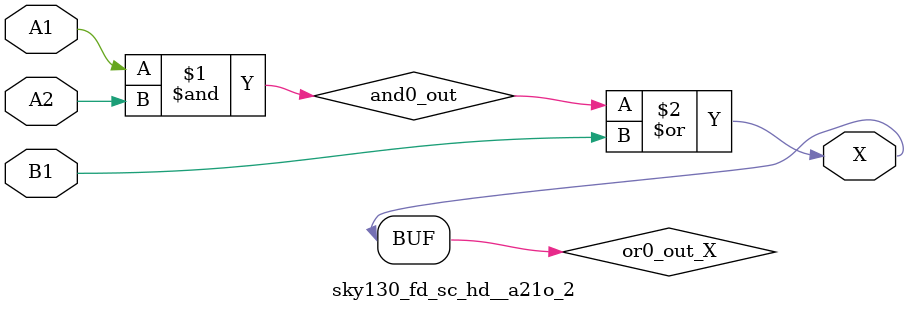
<source format=v>
/*
 * Copyright 2020 The SkyWater PDK Authors
 *
 * Licensed under the Apache License, Version 2.0 (the "License");
 * you may not use this file except in compliance with the License.
 * You may obtain a copy of the License at
 *
 *     https://www.apache.org/licenses/LICENSE-2.0
 *
 * Unless required by applicable law or agreed to in writing, software
 * distributed under the License is distributed on an "AS IS" BASIS,
 * WITHOUT WARRANTIES OR CONDITIONS OF ANY KIND, either express or implied.
 * See the License for the specific language governing permissions and
 * limitations under the License.
 *
 * SPDX-License-Identifier: Apache-2.0
*/


`ifndef SKY130_FD_SC_HD__A21O_2_FUNCTIONAL_V
`define SKY130_FD_SC_HD__A21O_2_FUNCTIONAL_V

/**
 * a21o: 2-input AND into first input of 2-input OR.
 *
 *       X = ((A1 & A2) | B1)
 *
 * Verilog simulation functional model.
 */

`timescale 1ns / 1ps
`default_nettype none

`celldefine
module sky130_fd_sc_hd__a21o_2 (
    X ,
    A1,
    A2,
    B1
);

    // Module ports
    output X ;
    input  A1;
    input  A2;
    input  B1;

    // Local signals
    wire and0_out ;
    wire or0_out_X;

    //  Name  Output     Other arguments
    and and0 (and0_out , A1, A2         );
    or  or0  (or0_out_X, and0_out, B1   );
    buf buf0 (X        , or0_out_X      );

endmodule
`endcelldefine

`default_nettype wire
`endif  // SKY130_FD_SC_HD__A21O_2_FUNCTIONAL_V

</source>
